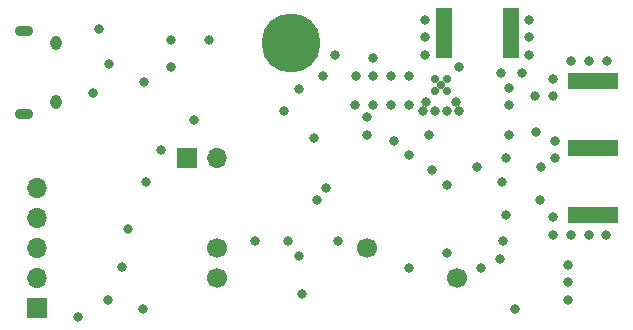
<source format=gbr>
%TF.GenerationSoftware,KiCad,Pcbnew,(6.0.1)*%
%TF.CreationDate,2022-08-02T08:39:06+02:00*%
%TF.ProjectId,DetectorReader,44657465-6374-46f7-9252-65616465722e,rev?*%
%TF.SameCoordinates,Original*%
%TF.FileFunction,Soldermask,Bot*%
%TF.FilePolarity,Negative*%
%FSLAX46Y46*%
G04 Gerber Fmt 4.6, Leading zero omitted, Abs format (unit mm)*
G04 Created by KiCad (PCBNEW (6.0.1)) date 2022-08-02 08:39:06*
%MOMM*%
%LPD*%
G01*
G04 APERTURE LIST*
%ADD10C,1.700000*%
%ADD11R,1.350000X4.200000*%
%ADD12R,1.700000X1.700000*%
%ADD13O,1.700000X1.700000*%
%ADD14R,4.200000X1.350000*%
%ADD15O,1.550000X0.890000*%
%ADD16O,0.950000X1.250000*%
%ADD17C,0.800000*%
%ADD18C,0.700000*%
%ADD19C,5.000000*%
G04 APERTURE END LIST*
D10*
%TO.C,J6*%
X148100000Y-94860000D03*
%TD*%
%TO.C,J8*%
X127780000Y-92320000D03*
%TD*%
D11*
%TO.C,J4*%
X147000000Y-74100000D03*
X152650000Y-74100000D03*
%TD*%
D10*
%TO.C,J9*%
X127780000Y-94860000D03*
%TD*%
D12*
%TO.C,SW1*%
X125240000Y-84700000D03*
D13*
X127780000Y-84700000D03*
%TD*%
D14*
%TO.C,J5*%
X159620000Y-89525000D03*
X159620000Y-83875000D03*
%TD*%
%TO.C,J3*%
X159620000Y-83825000D03*
X159620000Y-78175000D03*
%TD*%
D10*
%TO.C,J7*%
X140480000Y-92320000D03*
%TD*%
D15*
%TO.C,J1*%
X111450000Y-74000000D03*
D16*
X114150000Y-80000000D03*
X114150000Y-75000000D03*
D15*
X111450000Y-81000000D03*
%TD*%
D12*
%TO.C,J2*%
X112540000Y-97400000D03*
D13*
X112540000Y-94860000D03*
X112540000Y-92320000D03*
X112540000Y-89780000D03*
X112540000Y-87240000D03*
%TD*%
D17*
X151750000Y-93250000D03*
X152250000Y-89500000D03*
X157487060Y-96738791D03*
X157500000Y-93750000D03*
X146000000Y-85750000D03*
X149750000Y-85500000D03*
X142750000Y-83250000D03*
X140500000Y-81250000D03*
X140500000Y-82750000D03*
X137750000Y-76000000D03*
X136750000Y-77750000D03*
X152500000Y-78750000D03*
X148250000Y-77000000D03*
X148250000Y-80750000D03*
X145250000Y-80750000D03*
X147250000Y-80750000D03*
X146250000Y-80750000D03*
X148000000Y-80000000D03*
X145500000Y-80000000D03*
D18*
X146750000Y-78500000D03*
X146250000Y-79000000D03*
X147250000Y-79000000D03*
X147250000Y-78000000D03*
X146250000Y-78000000D03*
D17*
X145750000Y-82750000D03*
X152250000Y-84750000D03*
X154750000Y-82500000D03*
X154716236Y-79486558D03*
X156250000Y-79500000D03*
X152500000Y-80200000D03*
X144000000Y-84500000D03*
X141000000Y-76250000D03*
X141000000Y-77750000D03*
X144000000Y-77750000D03*
X139500000Y-77750000D03*
X142500000Y-77750000D03*
X156250000Y-91250000D03*
X151845000Y-77500000D03*
X157750000Y-76500000D03*
X120250000Y-90750000D03*
X155170000Y-85500000D03*
X147242857Y-87008577D03*
X156420000Y-83250000D03*
X142500000Y-80250000D03*
X116000000Y-98210000D03*
X118500000Y-96750000D03*
X135987500Y-83000000D03*
X121750000Y-86750000D03*
X119750000Y-93960000D03*
X157500000Y-95250000D03*
X151920000Y-86750000D03*
X152500000Y-82800000D03*
X123000000Y-84000000D03*
X155145000Y-88250000D03*
X147250000Y-92750000D03*
D19*
X134000000Y-75000000D03*
D17*
X153595000Y-77500000D03*
X117750000Y-73750000D03*
X136250000Y-88250000D03*
X156420000Y-84750000D03*
X150145000Y-94000000D03*
X154155000Y-73000000D03*
X160670000Y-91250000D03*
X159250000Y-91250000D03*
X139462500Y-80250000D03*
X135000000Y-96250000D03*
X145405000Y-76000000D03*
X154155000Y-76000000D03*
X125850000Y-81500000D03*
X134750000Y-93000000D03*
X160750000Y-76500000D03*
X121600000Y-78250000D03*
X134737500Y-78912500D03*
X145405000Y-74500000D03*
X156250000Y-89750000D03*
X157750000Y-91250000D03*
X140962500Y-80250000D03*
X123850000Y-77000000D03*
X145405000Y-73000000D03*
X133458769Y-80756889D03*
X156250000Y-78000000D03*
X152000000Y-91750000D03*
X159250000Y-76500000D03*
X144000000Y-80250000D03*
X127100000Y-74750000D03*
X131000000Y-91710000D03*
X154155000Y-74500000D03*
X133750000Y-91750000D03*
X144000000Y-94000000D03*
X117250000Y-79250000D03*
X138000000Y-91750000D03*
X153000000Y-97500000D03*
X121500000Y-97500000D03*
X137000000Y-87250000D03*
X118600000Y-76750000D03*
X123850000Y-74749018D03*
M02*

</source>
